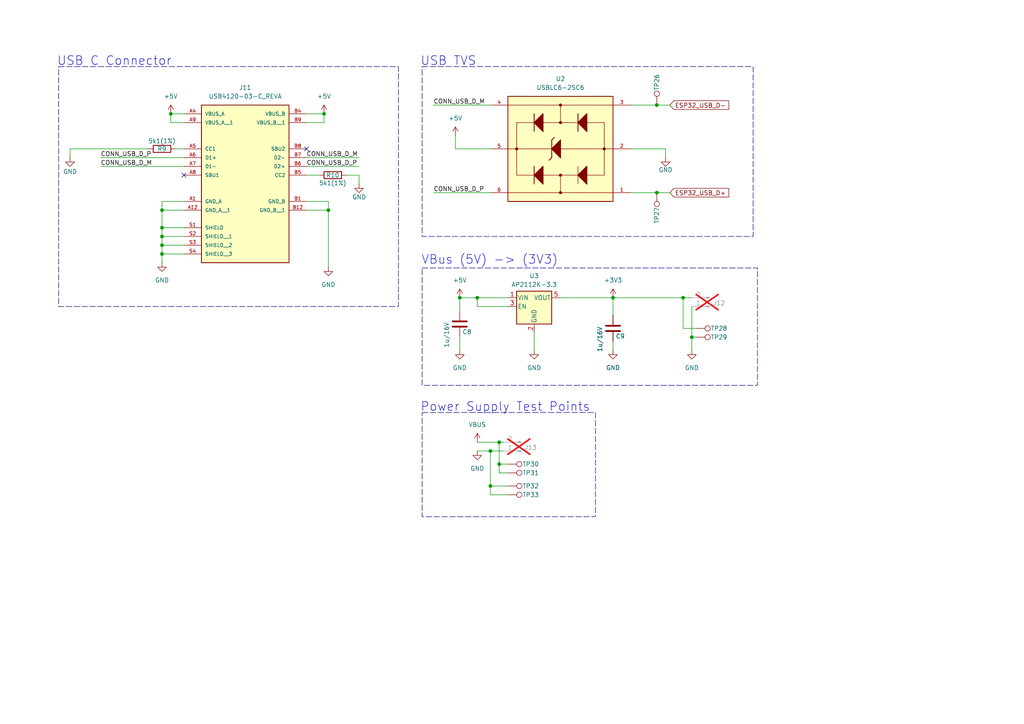
<source format=kicad_sch>
(kicad_sch (version 20231120) (generator "eeschema") (generator_version "8.0")
  (paper "A4")
  (lib_symbols
    (symbol "Connector:Conn_01x02_Pin" (pin_names (offset 1.016) hide)
      (property "Reference" "J" (at 0 2.54 0))
      (property "Value" "Conn_01x02_Pin" (at 0 -5.08 0))
      (symbol "Conn_01x02_Pin_1_1"
        (polyline (pts (xy 1.27 -2.54) (xy 0.8636 -2.54)) (stroke (width 0.1524)))
        (polyline (pts (xy 1.27 0) (xy 0.8636 0)) (stroke (width 0.1524)))
        (rectangle (start 0.8636 -2.413) (end 0 -2.667) (stroke (width 0.1524)) (fill (type outline)))
        (rectangle (start 0.8636 0.127) (end 0 -0.127) (stroke (width 0.1524)) (fill (type outline)))
        (pin passive line (at 5.08 0 180) (length 3.81) (name "Pin_1") (number "1"))
        (pin passive line (at 5.08 -2.54 180) (length 3.81) (name "Pin_2") (number "2"))
      )
    )
    (symbol "Connector:TestPoint" (pin_numbers hide) (pin_names (offset 0.762) hide)
      (property "Reference" "TP" (at 0 6.858 0))
      (property "Value" "TestPoint" (at 0 5.08 0))
      (symbol "TestPoint_0_1"
        (circle (center 0 3.302) (radius 0.762))
      )
      (symbol "TestPoint_1_1"
        (pin passive line (at 0 0 90) (length 2.54) (name "1") (number "1"))
      )
    )
    (symbol "Device:C" (pin_numbers hide) (pin_names (offset 0.254))
      (property "Reference" "C" (at 0.635 2.54 0))
      (property "Value" "C" (at 0.635 -2.54 0))
      (symbol "C_0_1"
        (polyline (pts (xy -2.032 -0.762) (xy 2.032 -0.762)) (stroke (width 0.508)))
        (polyline (pts (xy -2.032 0.762) (xy 2.032 0.762)) (stroke (width 0.508)))
      )
      (symbol "C_1_1"
        (pin passive line (at 0 3.81 270) (length 2.794) (name "~") (number "1"))
        (pin passive line (at 0 -3.81 90) (length 2.794) (name "~") (number "2"))
      )
    )
    (symbol "Device:R" (pin_numbers hide) (pin_names (offset 0))
      (property "Reference" "R" (at 2.032 0 90))
      (property "Value" "R" (at 0 0 90))
      (symbol "R_0_1"
        (rectangle (start -1.016 -2.54) (end 1.016 2.54) (stroke (width 0.254)))
      )
      (symbol "R_1_1"
        (pin passive line (at 0 3.81 270) (length 1.27) (name "~") (number "1"))
        (pin passive line (at 0 -3.81 90) (length 1.27) (name "~") (number "2"))
      )
    )
    (symbol "Regulator_Linear:AP2112K-3.3" (pin_names (offset 0.254))
      (property "Reference" "U" (at -5.08 5.715 0))
      (property "Value" "AP2112K-3.3" (at 0 5.715 0))
      (symbol "AP2112K-3.3_0_1"
        (rectangle (start -5.08 4.445) (end 5.08 -5.08) (stroke (width 0.254)) (fill (type background)))
      )
      (symbol "AP2112K-3.3_1_1"
        (pin power_in line (at -7.62 2.54 0) (length 2.54) (name "VIN") (number "1"))
        (pin power_in line (at 0 -7.62 90) (length 2.54) (name "GND") (number "2"))
        (pin input line (at -7.62 0 0) (length 2.54) (name "EN") (number "3"))
        (pin no_connect line (at 5.08 0 180) (length 2.54) hide (name "NC") (number "4"))
        (pin power_out line (at 7.62 2.54 180) (length 2.54) (name "VOUT") (number "5"))
      )
    )
    (symbol "USB4120-03-C_REVA:USB4120-03-C_REVA" (pin_names (offset 1.016))
      (property "Reference" "J" (at -12.7 16.002 0))
      (property "Value" "USB4120-03-C_REVA" (at -12.7 -31.242 0))
      (symbol "USB4120-03-C_REVA_0_0"
        (pin power_in line (at -17.78 -12.7 0) (length 5.08) (name "GND_A") (number "A1"))
        (pin power_in line (at -17.78 -15.24 0) (length 5.08) (name "GND_A__1") (number "A12"))
        (pin power_in line (at -17.78 12.7 0) (length 5.08) (name "VBUS_A") (number "A4"))
        (pin bidirectional line (at -17.78 2.54 0) (length 5.08) (name "CC1") (number "A5"))
        (pin bidirectional line (at -17.78 0 0) (length 5.08) (name "D1+") (number "A6"))
        (pin bidirectional line (at -17.78 -2.54 0) (length 5.08) (name "D1-") (number "A7"))
        (pin bidirectional line (at -17.78 -5.08 0) (length 5.08) (name "SBU1") (number "A8"))
        (pin power_in line (at -17.78 10.16 0) (length 5.08) (name "VBUS_A__1") (number "A9"))
        (pin power_in line (at 17.78 -12.7 180) (length 5.08) (name "GND_B") (number "B1"))
        (pin power_in line (at 17.78 -15.24 180) (length 5.08) (name "GND_B__1") (number "B12"))
        (pin power_in line (at 17.78 12.7 180) (length 5.08) (name "VBUS_B") (number "B4"))
        (pin bidirectional line (at 17.78 -5.08 180) (length 5.08) (name "CC2") (number "B5"))
        (pin bidirectional line (at 17.78 -2.54 180) (length 5.08) (name "D2+") (number "B6"))
        (pin bidirectional line (at 17.78 0 180) (length 5.08) (name "D2-") (number "B7"))
        (pin bidirectional line (at 17.78 2.54 180) (length 5.08) (name "SBU2") (number "B8"))
        (pin power_in line (at 17.78 10.16 180) (length 5.08) (name "VBUS_B__1") (number "B9"))
        (pin passive line (at -17.78 -20.32 0) (length 5.08) (name "SHIELD") (number "S1"))
        (pin passive line (at -17.78 -22.86 0) (length 5.08) (name "SHIELD__1") (number "S2"))
        (pin passive line (at -17.78 -25.4 0) (length 5.08) (name "SHIELD__2") (number "S3"))
        (pin passive line (at -17.78 -27.94 0) (length 5.08) (name "SHIELD__3") (number "S4"))
      )
      (symbol "USB4120-03-C_REVA_1_0"
        (rectangle (start -12.7 15.24) (end 12.7 -30.48) (stroke (width 0.254)) (fill (type background)))
      )
    )
    (symbol "USBLC6-2SC6:USBLC6-2SC6" (pin_names (offset 1.016))
      (property "Reference" "U" (at -15.2693 17.8093 0))
      (property "Value" "USBLC6-2SC6" (at -15.2559 -17.7959 0))
      (symbol "USBLC6-2SC6_0_0"
        (rectangle (start -15.24 -15.24) (end 15.24 15.24) (stroke (width 0.254)) (fill (type background)))
        (circle (center -12.7 0) (radius 0.254) (stroke (width 0.381)))
        (circle (center 0 -12.7) (radius 0.254) (stroke (width 0.381)))
        (circle (center 0 -7.62) (radius 0.254) (stroke (width 0.381)))
        (polyline (pts (xy -15.24 -12.7) (xy 0 -12.7)) (stroke (width 0.1524)))
        (polyline (pts (xy -15.24 12.7) (xy 0 12.7)) (stroke (width 0.1524)))
        (polyline (pts (xy -12.7 -7.62) (xy -7.62 -7.62)) (stroke (width 0.1524)))
        (polyline (pts (xy -12.7 0) (xy -15.24 0)) (stroke (width 0.1524)))
        (polyline (pts (xy -12.7 0) (xy -12.7 -7.62)) (stroke (width 0.1524)))
        (polyline (pts (xy -12.7 0) (xy 0 0)) (stroke (width 0.1524)))
        (polyline (pts (xy -12.7 7.62) (xy -12.7 0)) (stroke (width 0.1524)))
        (polyline (pts (xy -12.7 7.62) (xy -7.62 7.62)) (stroke (width 0.1524)))
        (polyline (pts (xy -7.62 -10.16) (xy -7.62 -7.62)) (stroke (width 0.254)))
        (polyline (pts (xy -7.62 -7.62) (xy -7.62 -5.08)) (stroke (width 0.254)))
        (polyline (pts (xy -7.62 -5.08) (xy -5.08 -7.62)) (stroke (width 0.254)))
        (polyline (pts (xy -7.62 5.08) (xy -7.62 7.62)) (stroke (width 0.254)))
        (polyline (pts (xy -7.62 7.62) (xy -7.62 10.16)) (stroke (width 0.254)))
        (polyline (pts (xy -7.62 10.16) (xy -5.08 7.62)) (stroke (width 0.254)))
        (polyline (pts (xy -5.08 -7.62) (xy -7.62 -10.16)) (stroke (width 0.254)))
        (polyline (pts (xy -5.08 -7.62) (xy -5.08 -10.16)) (stroke (width 0.254)))
        (polyline (pts (xy -5.08 -7.62) (xy 0 -7.62)) (stroke (width 0.1524)))
        (polyline (pts (xy -5.08 -5.08) (xy -5.08 -7.62)) (stroke (width 0.254)))
        (polyline (pts (xy -5.08 7.62) (xy -7.62 5.08)) (stroke (width 0.254)))
        (polyline (pts (xy -5.08 7.62) (xy -5.08 5.08)) (stroke (width 0.1524)))
        (polyline (pts (xy -5.08 7.62) (xy 0 7.62)) (stroke (width 0.1524)))
        (polyline (pts (xy -5.08 10.16) (xy -5.08 7.62)) (stroke (width 0.1524)))
        (polyline (pts (xy 0 -7.62) (xy 0 -12.7)) (stroke (width 0.1524)))
        (polyline (pts (xy 0 -7.62) (xy 5.08 -7.62)) (stroke (width 0.1524)))
        (polyline (pts (xy 0 -2.54) (xy 0 0)) (stroke (width 0.254)))
        (polyline (pts (xy 0 0) (xy 0 2.54)) (stroke (width 0.254)))
        (polyline (pts (xy 0 2.54) (xy 2.54 0)) (stroke (width 0.254)))
        (polyline (pts (xy 0 7.62) (xy 0 12.7)) (stroke (width 0.1524)))
        (polyline (pts (xy 0 7.62) (xy 5.08 7.62)) (stroke (width 0.1524)))
        (polyline (pts (xy 0 12.7) (xy 15.24 12.7)) (stroke (width 0.1524)))
        (polyline (pts (xy 2.54 -2.54) (xy 1.778 -3.302)) (stroke (width 0.254)))
        (polyline (pts (xy 2.54 0) (xy 0 -2.54)) (stroke (width 0.254)))
        (polyline (pts (xy 2.54 0) (xy 12.7 0)) (stroke (width 0.1524)))
        (polyline (pts (xy 2.54 2.54) (xy 2.54 -2.54)) (stroke (width 0.254)))
        (polyline (pts (xy 2.54 2.54) (xy 3.302 3.302)) (stroke (width 0.254)))
        (polyline (pts (xy 5.08 -10.16) (xy 5.08 -7.62)) (stroke (width 0.254)))
        (polyline (pts (xy 5.08 -7.62) (xy 5.08 -5.08)) (stroke (width 0.254)))
        (polyline (pts (xy 5.08 -5.08) (xy 7.62 -7.62)) (stroke (width 0.254)))
        (polyline (pts (xy 5.08 5.08) (xy 5.08 7.62)) (stroke (width 0.254)))
        (polyline (pts (xy 5.08 7.62) (xy 5.08 10.16)) (stroke (width 0.254)))
        (polyline (pts (xy 5.08 10.16) (xy 7.62 7.62)) (stroke (width 0.254)))
        (polyline (pts (xy 7.62 -7.62) (xy 5.08 -10.16)) (stroke (width 0.254)))
        (polyline (pts (xy 7.62 -7.62) (xy 7.62 -10.16)) (stroke (width 0.254)))
        (polyline (pts (xy 7.62 -7.62) (xy 12.7 -7.62)) (stroke (width 0.1524)))
        (polyline (pts (xy 7.62 -5.08) (xy 7.62 -7.62)) (stroke (width 0.254)))
        (polyline (pts (xy 7.62 7.62) (xy 5.08 5.08)) (stroke (width 0.254)))
        (polyline (pts (xy 7.62 7.62) (xy 7.62 5.08)) (stroke (width 0.254)))
        (polyline (pts (xy 7.62 7.62) (xy 12.7 7.62)) (stroke (width 0.1524)))
        (polyline (pts (xy 7.62 10.16) (xy 7.62 7.62)) (stroke (width 0.254)))
        (polyline (pts (xy 12.7 0) (xy 12.7 -7.62)) (stroke (width 0.1524)))
        (polyline (pts (xy 12.7 0) (xy 15.24 0)) (stroke (width 0.1524)))
        (polyline (pts (xy 12.7 7.62) (xy 12.7 0)) (stroke (width 0.1524)))
        (polyline (pts (xy 15.24 -12.7) (xy 0 -12.7)) (stroke (width 0.1524)))
        (polyline (pts (xy -7.62 -5.08) (xy -7.62 -10.16) (xy -5.08 -7.62) (xy -7.62 -5.08)) (stroke (width 0.254)) (fill (type outline)))
        (polyline (pts (xy -7.62 10.16) (xy -7.62 5.08) (xy -5.08 7.62) (xy -7.62 10.16)) (stroke (width 0.254)) (fill (type outline)))
        (polyline (pts (xy 0 2.54) (xy 0 -2.54) (xy 2.54 0) (xy 0 2.54)) (stroke (width 0.254)) (fill (type outline)))
        (polyline (pts (xy 5.08 -5.08) (xy 5.08 -10.16) (xy 7.62 -7.62) (xy 5.08 -5.08)) (stroke (width 0.254)) (fill (type outline)))
        (polyline (pts (xy 5.08 10.16) (xy 5.08 5.08) (xy 7.62 7.62) (xy 5.08 10.16)) (stroke (width 0.254)) (fill (type outline)))
        (circle (center 0 7.62) (radius 0.254) (stroke (width 0.381)))
        (circle (center 0 12.7) (radius 0.254) (stroke (width 0.381)))
        (circle (center 12.7 0) (radius 0.254) (stroke (width 0.381)))
        (pin bidirectional line (at -20.32 12.7 0) (length 5.08) (name "~") (number "1"))
        (pin power_in line (at -20.32 0 0) (length 5.08) (name "~") (number "2"))
        (pin bidirectional line (at -20.32 -12.7 0) (length 5.08) (name "~") (number "3"))
        (pin bidirectional line (at 20.32 -12.7 180) (length 5.08) (name "~") (number "4"))
        (pin power_in line (at 20.32 0 180) (length 5.08) (name "~") (number "5"))
        (pin bidirectional line (at 20.32 12.7 180) (length 5.08) (name "~") (number "6"))
      )
    )
    (symbol "power:+3V3" (power) (pin_numbers hide) (pin_names (offset 0) hide)
      (property "Value" "+3V3" (at 0 3.556 0))
      (symbol "+3V3_0_1"
        (polyline (pts (xy -0.762 1.27) (xy 0 2.54)))
        (polyline (pts (xy 0 0) (xy 0 2.54)))
        (polyline (pts (xy 0 2.54) (xy 0.762 1.27)))
      )
      (symbol "+3V3_1_1"
        (pin power_in line (at 0 0 90) (length 0) (name "~") (number "1"))
      )
    )
    (symbol "power:+5V" (power) (pin_numbers hide) (pin_names (offset 0) hide)
      (property "Value" "+5V" (at 0 3.556 0))
      (symbol "+5V_0_1"
        (polyline (pts (xy -0.762 1.27) (xy 0 2.54)))
        (polyline (pts (xy 0 0) (xy 0 2.54)))
        (polyline (pts (xy 0 2.54) (xy 0.762 1.27)))
      )
      (symbol "+5V_1_1"
        (pin power_in line (at 0 0 90) (length 0) (name "~") (number "1"))
      )
    )
    (symbol "power:GND" (power) (pin_numbers hide) (pin_names (offset 0) hide)
      (property "Value" "GND" (at 0 -3.81 0))
      (symbol "GND_0_1"
        (polyline (pts (xy 0 0) (xy 0 -1.27) (xy 1.27 -1.27) (xy 0 -2.54) (xy -1.27 -1.27) (xy 0 -1.27)))
      )
      (symbol "GND_1_1"
        (pin power_in line (at 0 0 270) (length 0) (name "~") (number "1"))
      )
    )
    (symbol "power:VBUS" (power) (pin_numbers hide) (pin_names (offset 0) hide)
      (property "Value" "VBUS" (at 0 3.556 0))
      (symbol "VBUS_0_1"
        (polyline (pts (xy -0.762 1.27) (xy 0 2.54)))
        (polyline (pts (xy 0 0) (xy 0 2.54)))
        (polyline (pts (xy 0 2.54) (xy 0.762 1.27)))
      )
      (symbol "VBUS_1_1"
        (pin power_in line (at 0 0 90) (length 0) (name "~") (number "1"))
      )
    )
  )
  (junction (at 144.78 134.62))
  (junction (at 95.25 60.96))
  (junction (at 138.43 86.36))
  (junction (at 198.12 86.36))
  (junction (at 142.24 130.81))
  (junction (at 190.5 30.48))
  (junction (at 49.53 33.02))
  (junction (at 142.24 140.97))
  (junction (at 46.99 66.04))
  (junction (at 133.35 86.36))
  (junction (at 46.99 73.66))
  (junction (at 93.98 33.02))
  (junction (at 46.99 71.12))
  (junction (at 144.78 128.27))
  (junction (at 190.5 55.88))
  (junction (at 177.8 86.36))
  (junction (at 46.99 60.96))
  (junction (at 46.99 68.58))
  (junction (at 200.66 97.79))
  (no_connect (at 88.9 43.18))
  (no_connect (at 53.34 50.8))
  (wire (pts (xy 88.9 45.72) (xy 104.14 45.72)))
  (wire (pts (xy 190.5 30.48) (xy 194.31 30.48)))
  (wire (pts (xy 46.99 66.04) (xy 53.34 66.04)))
  (wire (pts (xy 46.99 58.42) (xy 46.99 60.96)))
  (wire (pts (xy 46.99 68.58) (xy 46.99 66.04)))
  (wire (pts (xy 125.73 55.88) (xy 142.24 55.88)))
  (wire (pts (xy 193.04 45.72) (xy 193.04 43.18)))
  (wire (pts (xy 29.21 48.26) (xy 53.34 48.26)))
  (wire (pts (xy 46.99 66.04) (xy 46.99 60.96)))
  (wire (pts (xy 144.78 134.62) (xy 144.78 137.16)))
  (wire (pts (xy 177.8 86.36) (xy 162.56 86.36)))
  (wire (pts (xy 95.25 58.42) (xy 88.9 58.42)))
  (wire (pts (xy 50.8 43.18) (xy 53.34 43.18)))
  (wire (pts (xy 46.99 58.42) (xy 53.34 58.42)))
  (wire (pts (xy 46.99 73.66) (xy 46.99 71.12)))
  (wire (pts (xy 49.53 35.56) (xy 49.53 33.02)))
  (wire (pts (xy 200.66 97.79) (xy 201.93 97.79)))
  (wire (pts (xy 93.98 35.56) (xy 93.98 33.02)))
  (wire (pts (xy 147.32 140.97) (xy 142.24 140.97)))
  (wire (pts (xy 142.24 143.51) (xy 142.24 140.97)))
  (wire (pts (xy 138.43 86.36) (xy 138.43 88.9)))
  (wire (pts (xy 198.12 86.36) (xy 200.66 86.36)))
  (wire (pts (xy 132.08 43.18) (xy 142.24 43.18)))
  (wire (pts (xy 144.78 128.27) (xy 146.05 128.27)))
  (wire (pts (xy 144.78 128.27) (xy 144.78 134.62)))
  (wire (pts (xy 104.14 53.34) (xy 104.14 50.8)))
  (wire (pts (xy 88.9 50.8) (xy 92.71 50.8)))
  (wire (pts (xy 20.32 45.72) (xy 20.32 43.18)))
  (wire (pts (xy 133.35 86.36) (xy 138.43 86.36)))
  (wire (pts (xy 147.32 134.62) (xy 144.78 134.62)))
  (wire (pts (xy 200.66 88.9) (xy 200.66 97.79)))
  (wire (pts (xy 147.32 143.51) (xy 142.24 143.51)))
  (wire (pts (xy 138.43 86.36) (xy 147.32 86.36)))
  (wire (pts (xy 190.5 55.88) (xy 194.31 55.88)))
  (wire (pts (xy 147.32 88.9) (xy 138.43 88.9)))
  (wire (pts (xy 138.43 128.27) (xy 144.78 128.27)))
  (wire (pts (xy 201.93 95.25) (xy 198.12 95.25)))
  (wire (pts (xy 154.94 96.52) (xy 154.94 101.6)))
  (wire (pts (xy 88.9 33.02) (xy 93.98 33.02)))
  (wire (pts (xy 193.04 43.18) (xy 182.88 43.18)))
  (wire (pts (xy 95.25 58.42) (xy 95.25 60.96)))
  (wire (pts (xy 198.12 95.25) (xy 198.12 86.36)))
  (wire (pts (xy 46.99 60.96) (xy 53.34 60.96)))
  (wire (pts (xy 147.32 137.16) (xy 144.78 137.16)))
  (wire (pts (xy 53.34 35.56) (xy 49.53 35.56)))
  (wire (pts (xy 88.9 35.56) (xy 93.98 35.56)))
  (wire (pts (xy 182.88 55.88) (xy 190.5 55.88)))
  (wire (pts (xy 46.99 73.66) (xy 53.34 73.66)))
  (wire (pts (xy 104.14 50.8) (xy 100.33 50.8)))
  (wire (pts (xy 125.73 30.48) (xy 142.24 30.48)))
  (wire (pts (xy 95.25 60.96) (xy 88.9 60.96)))
  (wire (pts (xy 133.35 90.17) (xy 133.35 86.36)))
  (wire (pts (xy 142.24 140.97) (xy 142.24 130.81)))
  (wire (pts (xy 46.99 76.2) (xy 46.99 73.66)))
  (wire (pts (xy 177.8 99.06) (xy 177.8 101.6)))
  (wire (pts (xy 177.8 91.44) (xy 177.8 86.36)))
  (wire (pts (xy 20.32 43.18) (xy 43.18 43.18)))
  (wire (pts (xy 132.08 39.37) (xy 132.08 43.18)))
  (wire (pts (xy 46.99 68.58) (xy 53.34 68.58)))
  (wire (pts (xy 142.24 130.81) (xy 146.05 130.81)))
  (wire (pts (xy 46.99 71.12) (xy 53.34 71.12)))
  (wire (pts (xy 182.88 30.48) (xy 190.5 30.48)))
  (wire (pts (xy 200.66 97.79) (xy 200.66 101.6)))
  (wire (pts (xy 46.99 71.12) (xy 46.99 68.58)))
  (wire (pts (xy 49.53 33.02) (xy 53.34 33.02)))
  (wire (pts (xy 133.35 97.79) (xy 133.35 101.6)))
  (wire (pts (xy 138.43 130.81) (xy 142.24 130.81)))
  (wire (pts (xy 88.9 48.26) (xy 104.14 48.26)))
  (wire (pts (xy 177.8 86.36) (xy 198.12 86.36)))
  (wire (pts (xy 29.21 45.72) (xy 53.34 45.72)))
  (wire (pts (xy 95.25 77.47) (xy 95.25 60.96)))
  (rectangle (start 122.428 119.634) (end 172.72 149.86) (stroke (width 0) (type dash) (color 0 0 132 1)))
  (rectangle (start 17.018 19.304) (end 115.57 88.9) (stroke (width 0) (type dash) (color 0 0 132 1)))
  (rectangle (start 122.428 77.724) (end 219.71 111.76) (stroke (width 0) (type dash) (color 0 0 132 1)))
  (rectangle (start 122.428 19.304) (end 218.44 68.58) (stroke (width 0) (type dash) (color 0 0 132 1)))
  (text "USB TVS\n" (at 121.92 17.78 0) (effects (font (size 2.54 2.54)) (justify left)))
  (text "Power Supply Test Points" (at 121.92 118.11 0) (effects (font (size 2.54 2.54)) (justify left)))
  (text "VBus (5V) -> (3V3)" (at 122.174 75.438 0) (effects (font (size 2.54 2.54)) (justify left)))
  (text "USB C Connector" (at 16.51 17.78 0) (effects (font (size 2.54 2.54)) (justify left)))
  (label "CONN_USB_D_M" (at 88.9 45.72 0))
  (label "CONN_USB_D_P" (at 88.9 48.26 0))
  (label "CONN_USB_D_P" (at 29.21 45.72 0))
  (label "CONN_USB_D_M" (at 125.73 30.48 0))
  (label "CONN_USB_D_M" (at 29.21 48.26 0))
  (label "CONN_USB_D_P" (at 125.73 55.88 0))
  (global_label "ESP32_USB_D-" (shape input) (at 194.31 30.48 0) (property "Intersheetrefs" "${INTERSHEET_REFS}" (effects (hide yes))))
  (global_label "ESP32_USB_D+" (shape input) (at 194.31 55.88 0) (property "Intersheetrefs" "${INTERSHEET_REFS}" (effects (hide yes))))
  (symbol (lib_id "Connector:TestPoint") (at 201.93 97.79 270) (unit 1)
    (property "Reference" "TP29" (at 208.534 97.79 90))
    (property "Value" "TestPoint" (effects (hide yes)))
    (property "Footprint" "TestPoint:TestPoint_Pad_D1.0mm" (effects (hide yes)))
    (property "Description" "test point" (effects (hide yes)))
  )
  (symbol (lib_id "Connector:TestPoint") (at 147.32 134.62 270) (unit 1)
    (property "Reference" "TP30" (at 153.924 134.62 90))
    (property "Value" "TestPoint" (effects (hide yes)))
    (property "Footprint" "TestPoint:TestPoint_Pad_D1.0mm" (effects (hide yes)))
    (property "Description" "test point" (effects (hide yes)))
  )
  (symbol (lib_id "power:+5V") (at 93.98 33.02 0) (unit 1)
    (property "Reference" "#PWR034" (effects (hide yes)))
    (property "Value" "+5V" (at 93.98 27.94 0))
    (property "Description" "Power symbol creates a global label with name \"+5V\"" (effects (hide yes)))
  )
  (symbol (lib_id "power:VBUS") (at 138.43 128.27 0) (unit 1)
    (property "Reference" "#PWR047" (effects (hide yes)))
    (property "Value" "VBUS" (at 138.43 123.19 0))
    (property "Description" "Power symbol creates a global label with name \"VBUS\"" (effects (hide yes)))
  )
  (symbol (lib_id "USBLC6-2SC6:USBLC6-2SC6") (at 162.56 43.18 180) (unit 1)
    (property "Reference" "U2" (at 162.56 22.86 0))
    (property "Value" "USBLC6-2SC6" (at 162.56 25.4 0))
    (property "Footprint" "Diode_SMD:SOT95P280X145-6N" (effects (hide yes)))
    (property "MF" "STMicroelectronics" (effects (hide yes)))
    (property "PURCHASE-URL" "https://pricing.snapeda.com/search/part/USBLC6-2SC6/?ref=eda" (effects (hide yes)))
    (property "PACKAGE" "SOT-23-6 STMicroelectronics" (effects (hide yes)))
    (property "PRICE" "None" (effects (hide yes)))
    (property "Package" "SOT-23-6 STMicroelectronics" (effects (hide yes)))
    (property "Check_prices" "https://www.snapeda.com/parts/USBLC6-2SC6/STMicroelectronics/view-part/?ref=eda" (effects (hide yes)))
    (property "Price" "None" (effects (hide yes)))
    (property "SnapEDA_Link" "https://www.snapeda.com/parts/USBLC6-2SC6/STMicroelectronics/view-part/?ref=snap" (effects (hide yes)))
    (property "MP" "USBLC6-2SC6" (effects (hide yes)))
    (property "Purchase-URL" "https://www.snapeda.com/api/url_track_click_mouser/?unipart_id=231887&manufacturer=STMicroelectronics&part_name=USBLC6-2SC6&search_term=None" (effects (hide yes)))
    (property "Description_1" "\n17V Clamp 5A (8/20µs) Ipp Tvs Diode Surface Mount SOT-23-6\n" (effects (hide yes)))
    (property "Availability" "In Stock" (effects (hide yes)))
    (property "AVAILABILITY" "In Stock" (effects (hide yes)))
    (property "DESCRIPTION" "17V Clamp 5A (8/20µs) Ipp Tvs Diode Surface Mount SOT-23-6" (effects (hide yes)))
  )
  (symbol (lib_id "power:GND") (at 133.35 101.6 0) (unit 1)
    (property "Reference" "#PWR043" (effects (hide yes)))
    (property "Value" "GND" (at 133.35 106.68 0))
    (property "Description" "Power symbol creates a global label with name \"GND\" , ground" (effects (hide yes)))
  )
  (symbol (lib_id "power:+5V") (at 133.35 86.36 0) (unit 1)
    (property "Reference" "#PWR041" (effects (hide yes)))
    (property "Value" "+5V" (at 133.35 81.28 0))
    (property "Description" "Power symbol creates a global label with name \"+5V\"" (effects (hide yes)))
  )
  (symbol (lib_id "power:GND") (at 193.04 45.72 0) (unit 1)
    (property "Reference" "#PWR037" (effects (hide yes)))
    (property "Value" "GND" (at 193.04 49.276 0))
    (property "Description" "Power symbol creates a global label with name \"GND\" , ground" (effects (hide yes)))
  )
  (symbol (lib_id "Connector:TestPoint") (at 147.32 140.97 270) (unit 1)
    (property "Reference" "TP32" (at 153.924 140.97 90))
    (property "Value" "TestPoint" (effects (hide yes)))
    (property "Footprint" "TestPoint:TestPoint_Pad_D1.0mm" (effects (hide yes)))
    (property "Description" "test point" (effects (hide yes)))
  )
  (symbol (lib_id "Connector:TestPoint") (at 201.93 95.25 270) (unit 1)
    (property "Reference" "TP28" (at 208.534 95.25 90))
    (property "Value" "TestPoint" (effects (hide yes)))
    (property "Footprint" "TestPoint:TestPoint_Pad_D1.0mm" (effects (hide yes)))
    (property "Description" "test point" (effects (hide yes)))
  )
  (symbol (lib_id "power:GND") (at 95.25 77.47 0) (unit 1)
    (property "Reference" "#PWR040" (effects (hide yes)))
    (property "Value" "GND" (at 95.25 82.55 0))
    (property "Description" "Power symbol creates a global label with name \"GND\" , ground" (effects (hide yes)))
  )
  (symbol (lib_id "power:GND") (at 46.99 76.2 0) (unit 1)
    (property "Reference" "#PWR039" (effects (hide yes)))
    (property "Value" "GND" (at 46.99 81.28 0))
    (property "Description" "Power symbol creates a global label with name \"GND\" , ground" (effects (hide yes)))
  )
  (symbol (lib_id "Connector:TestPoint") (at 190.5 30.48 0) (unit 1)
    (property "Reference" "TP26" (at 190.5 23.876 90))
    (property "Value" "TestPoint" (effects (hide yes)))
    (property "Footprint" "TestPoint:TestPoint_Pad_D1.0mm" (effects (hide yes)))
    (property "Description" "test point" (effects (hide yes)))
  )
  (symbol (lib_id "power:+5V") (at 49.53 33.02 0) (unit 1)
    (property "Reference" "#PWR033" (effects (hide yes)))
    (property "Value" "+5V" (at 49.53 27.94 0))
    (property "Description" "Power symbol creates a global label with name \"+5V\"" (effects (hide yes)))
  )
  (symbol (lib_id "USB4120-03-C_REVA:USB4120-03-C_REVA") (at 71.12 45.72 0) (unit 1)
    (property "Reference" "J11" (at 71.12 25.4 0))
    (property "Value" "USB4120-03-C_REVA" (at 71.12 27.94 0))
    (property "Footprint" "Connector:GCT_USB4120-03-C_REVA" (effects (hide yes)))
    (property "PARTREV" "A" (effects (hide yes)))
    (property "MANUFACTURER" "GCT" (effects (hide yes)))
    (property "MAXIMUM_PACKAGE_HEIGHT" "6.5mm" (effects (hide yes)))
    (property "STANDARD" "Manufacturer Recommendations" (effects (hide yes)))
  )
  (symbol (lib_id "power:GND") (at 154.94 101.6 0) (unit 1)
    (property "Reference" "#PWR044" (effects (hide yes)))
    (property "Value" "GND" (at 154.94 106.68 0))
    (property "Description" "Power symbol creates a global label with name \"GND\" , ground" (effects (hide yes)))
  )
  (symbol (lib_id "power:GND") (at 138.43 130.81 0) (unit 1)
    (property "Reference" "#PWR048" (effects (hide yes)))
    (property "Value" "GND" (at 138.43 135.89 0))
    (property "Description" "Power symbol creates a global label with name \"GND\" , ground" (effects (hide yes)))
  )
  (symbol (lib_id "power:+3V3") (at 177.8 86.36 0) (unit 1)
    (property "Reference" "#PWR042" (effects (hide yes)))
    (property "Value" "+3V3" (at 177.8 81.28 0))
    (property "Description" "Power symbol creates a global label with name \"+3V3\"" (effects (hide yes)))
  )
  (symbol (lib_id "Connector:Conn_01x02_Pin") (at 205.74 88.9 180) (unit 1) (in_bom no) (dnp yes)
    (property "Reference" "J12" (at 208.534 87.884 0))
    (property "Value" "Conn_01x02_Pin" (effects (hide yes)))
    (property "Footprint" "Connector_PinHeader_2.54mm:PinHeader_1x02_P2.54mm_Vertical" (effects (hide yes)))
    (property "Description" "Generic connector, single row, 01x02, script generated" (effects (hide yes)))
  )
  (symbol (lib_id "power:+5V") (at 132.08 39.37 0) (unit 1)
    (property "Reference" "#PWR035" (effects (hide yes)))
    (property "Value" "+5V" (at 132.08 34.29 0))
    (property "Description" "Power symbol creates a global label with name \"+5V\"" (effects (hide yes)))
  )
  (symbol (lib_id "Device:R") (at 96.52 50.8 270) (unit 1)
    (property "Reference" "R10" (at 96.52 50.8 90))
    (property "Value" "5k1(1%)" (at 96.52 53.086 90))
    (property "Footprint" "Resistor_SMD:R_0805_2012Metric" (effects (hide yes)))
    (property "Part ID" "CR0805-FX-5101ELF " (effects (hide yes)))
    (property "MPN" "CR0805-FX-5101ELF " (effects (hide yes)))
  )
  (symbol (lib_id "Connector:Conn_01x02_Pin") (at 151.13 130.81 180) (unit 1) (in_bom no) (dnp yes)
    (property "Reference" "J13" (at 153.924 129.794 0))
    (property "Value" "Conn_01x02_Pin" (effects (hide yes)))
    (property "Footprint" "Connector_PinHeader_2.54mm:PinHeader_1x02_P2.54mm_Vertical" (effects (hide yes)))
    (property "Description" "Generic connector, single row, 01x02, script generated" (effects (hide yes)))
  )
  (symbol (lib_id "Device:R") (at 46.99 43.18 90) (unit 1)
    (property "Reference" "R9" (at 46.99 43.18 90))
    (property "Value" "5k1(1%)" (at 46.99 40.894 90))
    (property "Footprint" "Resistor_SMD:R_0805_2012Metric" (effects (hide yes)))
    (property "Part ID" "CR0805-FX-5101ELF " (effects (hide yes)))
    (property "MPN" "CR0805-FX-5101ELF " (effects (hide yes)))
  )
  (symbol (lib_id "power:GND") (at 20.32 45.72 0) (unit 1)
    (property "Reference" "#PWR036" (effects (hide yes)))
    (property "Value" "GND" (at 18.288 49.784 0) (effects (justify left)))
    (property "Description" "Power symbol creates a global label with name \"GND\" , ground" (effects (hide yes)))
  )
  (symbol (lib_id "power:GND") (at 200.66 101.6 0) (unit 1)
    (property "Reference" "#PWR046" (effects (hide yes)))
    (property "Value" "GND" (at 200.66 106.68 0))
    (property "Description" "Power symbol creates a global label with name \"GND\" , ground" (effects (hide yes)))
  )
  (symbol (lib_id "power:GND") (at 177.8 101.6 0) (unit 1)
    (property "Reference" "#PWR045" (effects (hide yes)))
    (property "Value" "GND" (at 177.8 106.68 0))
    (property "Description" "Power symbol creates a global label with name \"GND\" , ground" (effects (hide yes)))
  )
  (symbol (lib_id "Device:C") (at 133.35 93.98 0) (unit 1)
    (property "Reference" "C8" (at 134.112 96.266 0) (effects (justify left)))
    (property "Value" "1u/16V" (at 129.54 100.838 90) (effects (justify left)))
    (property "Footprint" "Capacitor_SMD:C_0805_2012Metric" (effects (hide yes)))
    (property "Description" "Unpolarized capacitor" (effects (hide yes)))
  )
  (symbol (lib_id "power:GND") (at 104.14 53.34 0) (unit 1)
    (property "Reference" "#PWR038" (effects (hide yes)))
    (property "Value" "GND" (at 102.108 57.15 0) (effects (justify left)))
    (property "Description" "Power symbol creates a global label with name \"GND\" , ground" (effects (hide yes)))
  )
  (symbol (lib_id "Connector:TestPoint") (at 147.32 143.51 270) (unit 1)
    (property "Reference" "TP33" (at 153.924 143.51 90))
    (property "Value" "TestPoint" (effects (hide yes)))
    (property "Footprint" "TestPoint:TestPoint_Pad_D1.0mm" (effects (hide yes)))
    (property "Description" "test point" (effects (hide yes)))
  )
  (symbol (lib_id "Regulator_Linear:AP2112K-3.3") (at 154.94 88.9 0) (unit 1)
    (property "Reference" "U3" (at 154.94 80.01 0))
    (property "Value" "AP2112K-3.3" (at 154.94 82.55 0))
    (property "Footprint" "Package_TO_SOT_SMD:SOT-23-5" (effects (hide yes)))
    (property "Datasheet" "https://www.diodes.com/assets/Datasheets/AP2112.pdf" (effects (hide yes)))
    (property "Description" "600mA low dropout linear regulator, with enable pin, 3.8V-6V input voltage range, 3.3V fixed positive output, SOT-23-5" (effects (hide yes)))
  )
  (symbol (lib_id "Connector:TestPoint") (at 147.32 137.16 270) (unit 1)
    (property "Reference" "TP31" (at 153.924 137.16 90))
    (property "Value" "TestPoint" (effects (hide yes)))
    (property "Footprint" "TestPoint:TestPoint_Pad_D1.0mm" (effects (hide yes)))
    (property "Description" "test point" (effects (hide yes)))
  )
  (symbol (lib_id "Device:C") (at 177.8 95.25 0) (unit 1)
    (property "Reference" "C9" (at 178.562 97.536 0) (effects (justify left)))
    (property "Value" "1u/16V" (at 173.99 102.108 90) (effects (justify left)))
    (property "Footprint" "Capacitor_SMD:C_0805_2012Metric" (effects (hide yes)))
    (property "Description" "Unpolarized capacitor" (effects (hide yes)))
  )
  (symbol (lib_id "Connector:TestPoint") (at 190.5 55.88 180) (unit 1)
    (property "Reference" "TP27" (at 190.5 62.484 90))
    (property "Value" "TestPoint" (effects (hide yes)))
    (property "Footprint" "TestPoint:TestPoint_Pad_D1.0mm" (effects (hide yes)))
    (property "Description" "test point" (effects (hide yes)))
  )
)
</source>
